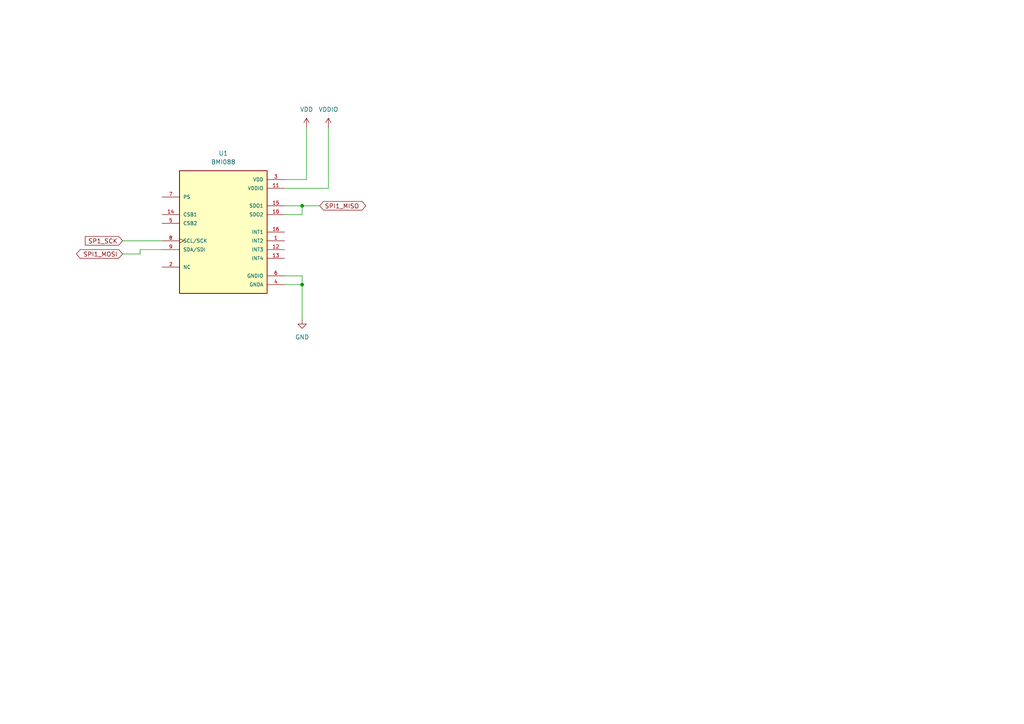
<source format=kicad_sch>
(kicad_sch (version 20250114) (generator "eeschema") (generator_version "9.0")
  (paper "A4")
  (lib_symbols
    (symbol "BMI088:BMI088" (pin_names (offset 1.016))
      (property "Reference" "U" (at -12.7 18.415 0))
      (property "Value" "BMI088" (at -12.7 -20.32 0))
      (symbol "BMI088_0_0"
        (rectangle (start -12.7 -17.78) (end 12.7 17.78) (stroke (width 0.254)) (fill (type background)))
        (pin input line (at -17.78 10.16 0) (length 5.08) (name "PS") (number "7"))
        (pin input line (at -17.78 5.08 0) (length 5.08) (name "CSB1") (number "14"))
        (pin input line (at -17.78 2.54 0) (length 5.08) (name "CSB2") (number "5"))
        (pin input clock (at -17.78 -2.54 0) (length 5.08) (name "SCL/SCK") (number "8"))
        (pin bidirectional line (at -17.78 -5.08 0) (length 5.08) (name "SDA/SDI") (number "9"))
        (pin passive line (at -17.78 -10.16 0) (length 5.08) (name "NC") (number "2"))
        (pin power_in line (at 17.78 15.24 180) (length 5.08) (name "VDD") (number "3"))
        (pin power_in line (at 17.78 12.7 180) (length 5.08) (name "VDDIO") (number "11"))
        (pin output line (at 17.78 7.62 180) (length 5.08) (name "SDO1") (number "15"))
        (pin output line (at 17.78 5.08 180) (length 5.08) (name "SDO2") (number "10"))
        (pin bidirectional line (at 17.78 0 180) (length 5.08) (name "INT1") (number "16"))
        (pin bidirectional line (at 17.78 -2.54 180) (length 5.08) (name "INT2") (number "1"))
        (pin bidirectional line (at 17.78 -5.08 180) (length 5.08) (name "INT3") (number "12"))
        (pin bidirectional line (at 17.78 -7.62 180) (length 5.08) (name "INT4") (number "13"))
        (pin power_in line (at 17.78 -12.7 180) (length 5.08) (name "GNDIO") (number "6"))
        (pin power_in line (at 17.78 -15.24 180) (length 5.08) (name "GNDA") (number "4"))
      )
    )
    (symbol "power:GND" (power) (pin_numbers (hide yes)) (pin_names (offset 0) (hide yes))
      (property "Value" "GND" (at 0 -3.81 0))
      (symbol "GND_0_1"
        (polyline (pts (xy 0 0) (xy 0 -1.27) (xy 1.27 -1.27) (xy 0 -2.54) (xy -1.27 -1.27) (xy 0 -1.27)))
      )
      (symbol "GND_1_1"
        (pin power_in line (at 0 0 270) (length 0) (name "~") (number "1"))
      )
    )
    (symbol "power:VDD" (power) (pin_numbers (hide yes)) (pin_names (offset 0) (hide yes))
      (property "Value" "VDD" (at 0 3.556 0))
      (symbol "VDD_0_1"
        (polyline (pts (xy -0.762 1.27) (xy 0 2.54)))
        (polyline (pts (xy 0 2.54) (xy 0.762 1.27)))
        (polyline (pts (xy 0 0) (xy 0 2.54)))
      )
      (symbol "VDD_1_1"
        (pin power_in line (at 0 0 90) (length 0) (name "~") (number "1"))
      )
    )
  )
  (junction (at 87.63 82.55))
  (junction (at 87.63 59.69))
  (wire (pts (xy 82.55 62.23) (xy 87.63 62.23)))
  (wire (pts (xy 87.63 59.69) (xy 87.63 62.23)))
  (wire (pts (xy 95.25 36.83) (xy 95.25 54.61)))
  (wire (pts (xy 40.64 73.66) (xy 35.56 73.66)))
  (wire (pts (xy 82.55 54.61) (xy 95.25 54.61)))
  (wire (pts (xy 82.55 80.01) (xy 87.63 80.01)))
  (wire (pts (xy 82.55 52.07) (xy 88.9 52.07)))
  (wire (pts (xy 40.64 72.39) (xy 40.64 73.66)))
  (wire (pts (xy 82.55 59.69) (xy 87.63 59.69)))
  (wire (pts (xy 35.56 69.85) (xy 46.99 69.85)))
  (wire (pts (xy 87.63 80.01) (xy 87.63 82.55)))
  (wire (pts (xy 87.63 59.69) (xy 92.71 59.69)))
  (wire (pts (xy 87.63 82.55) (xy 87.63 92.71)))
  (wire (pts (xy 82.55 82.55) (xy 87.63 82.55)))
  (wire (pts (xy 46.99 72.39) (xy 40.64 72.39)))
  (wire (pts (xy 88.9 36.83) (xy 88.9 52.07)))
  (global_label "SP1_SCK" (shape input) (at 35.56 69.85 180) (property "Intersheetrefs" "${INTERSHEET_REFS}" (effects (hide yes))))
  (global_label "SPI1_MOSI" (shape bidirectional) (at 35.56 73.66 180) (property "Intersheetrefs" "${INTERSHEET_REFS}" (effects (hide yes))))
  (global_label "SPI1_MISO" (shape bidirectional) (at 92.71 59.69 0) (property "Intersheetrefs" "${INTERSHEET_REFS}" (effects (hide yes))))
  (symbol (lib_id "BMI088:BMI088") (at 64.77 67.31 0) (unit 1)
    (property "Reference" "U1" (at 64.77 44.45 0))
    (property "Value" "BMI088" (at 64.77 46.99 0))
    (property "Footprint" "PrototypicalSensorLibrary:BMI088" (effects (hide yes)))
    (property "MF" "Bosch Sensortec" (effects (hide yes)))
    (property "PURCHASE-URL" "https://pricing.snapeda.com/search/part/BMI088/?ref=eda" (effects (hide yes)))
    (property "PACKAGE" "VFLGA-16 Bosch Sensortec" (effects (hide yes)))
    (property "PRICE" "None" (effects (hide yes)))
    (property "MP" "BMI088" (effects (hide yes)))
    (property "AVAILABILITY" "In Stock" (effects (hide yes)))
    (property "DESCRIPTION" "Accelerometer, Gyroscope, 6 Axis Sensor I²C, SPI Output" (effects (hide yes)))
  )
  (symbol (lib_id "power:GND") (at 87.63 92.71 0) (unit 1)
    (property "Reference" "#PWR01" (effects (hide yes)))
    (property "Value" "GND" (at 87.63 97.79 0))
    (property "Description" "Power symbol creates a global label with name \"GND\" , ground" (effects (hide yes)))
  )
  (symbol (lib_id "power:VDD") (at 95.25 36.83 0) (unit 1)
    (property "Reference" "#PWR03" (effects (hide yes)))
    (property "Value" "VDDIO" (at 95.25 31.75 0))
    (property "Description" "Power symbol creates a global label with name \"VDD\"" (effects (hide yes)))
  )
  (symbol (lib_id "power:VDD") (at 88.9 36.83 0) (unit 1)
    (property "Reference" "#PWR02" (effects (hide yes)))
    (property "Value" "VDD" (at 88.9 31.75 0))
    (property "Description" "Power symbol creates a global label with name \"VDD\"" (effects (hide yes)))
  )
)
</source>
